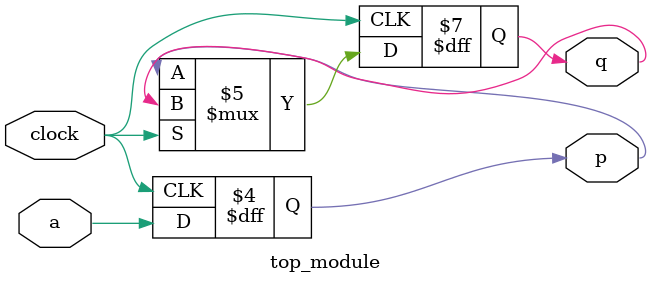
<source format=sv>
module top_module (
	input clock,
	input a, 
	output reg p,
	output reg q
);

always @(posedge clock or negedge clock) begin
    if (~clock) begin
        q <= p;
    end
end

always @(posedge clock) begin
    p <= a;
end

endmodule

</source>
